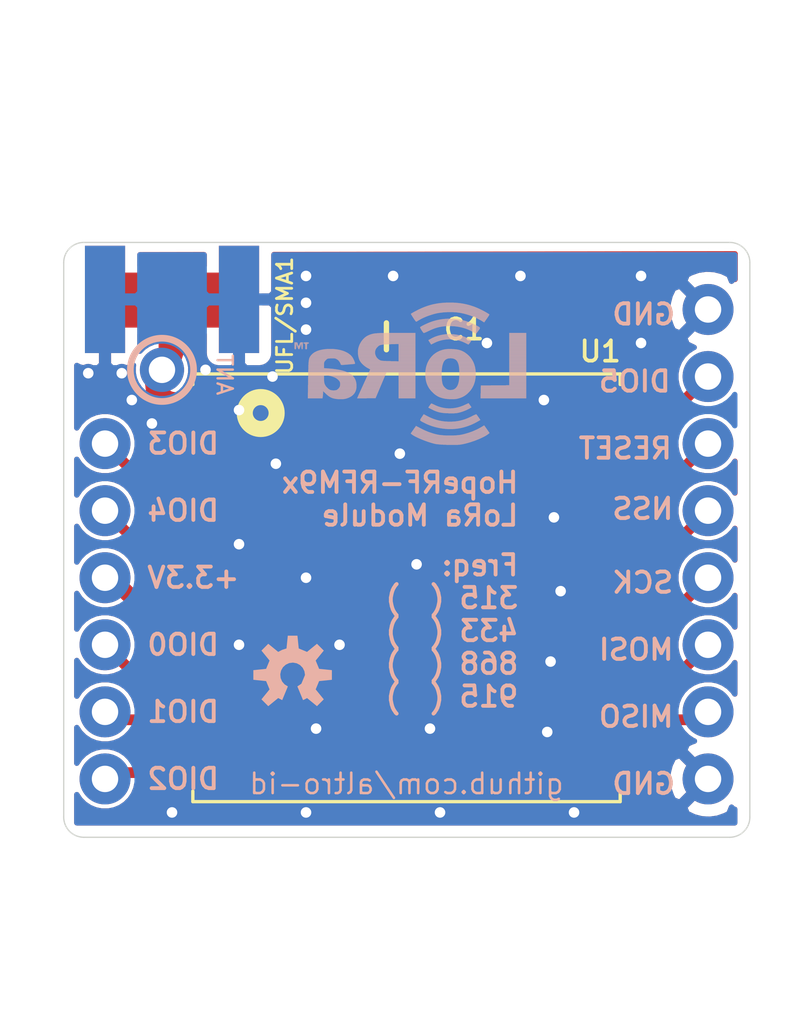
<source format=kicad_pcb>
(kicad_pcb (version 20171130) (host pcbnew 5.1.10)
  (layers (0 Top signal) (31 Bottom signal) (34 B.Paste user) (35 F.Paste user) (36 B.SilkS user) (37 F.SilkS user) (38 B.Mask user) (39 F.Mask user) (44 Edge.Cuts user))
  (net 0 "")
  (net 1 GND)
  (net 2 "Net-(JP1-Pad7)")
  (net 3 "Net-(JP1-Pad6)")
  (net 4 "Net-(JP1-Pad5)")
  (net 5 "Net-(JP1-Pad4)")
  (net 6 "Net-(JP1-Pad3)")
  (net 7 "Net-(JP1-Pad2)")
  (net 8 "Net-(JP2-Pad1)")
  (net 9 "Net-(JP2-Pad2)")
  (net 10 "Net-(JP2-Pad3)")
  (net 11 "Net-(C1-Pad1)")
  (net 12 "Net-(JP2-Pad5)")
  (net 13 "Net-(JP2-Pad6)")
  (net 14 "Net-(ANT1-Pad1)")
  (module hoperf-rfm9x-lora-breakout:RFM9X_SMT (layer Top) (at 148.4911 106.8196 180)
    (fp_text reference U1 (at -6.478 8.5) (layer F.SilkS) (effects (font (size 0.77216 0.77216) (thickness 0.138988)) (justify left bottom)))
    (fp_text value HopeRF-RFM9x hide)
    (pad 16P smd rect (at -8.1 7 180) (size 2 0.8) (layers Top F.Paste F.Mask) (net 1 GND))
    (pad 15P smd rect (at -8.1 5 180) (size 2 0.8) (layers Top F.Paste F.Mask) (net 2 "Net-(JP1-Pad7)"))
    (pad 14P smd rect (at -8.1 3 180) (size 2 0.8) (layers Top F.Paste F.Mask) (net 3 "Net-(JP1-Pad6)"))
    (pad 13P smd rect (at -8.1 1 180) (size 2 0.8) (layers Top F.Paste F.Mask) (net 4 "Net-(JP1-Pad5)"))
    (pad 12P smd rect (at -8.1 -1 180) (size 2 0.8) (layers Top F.Paste F.Mask) (net 5 "Net-(JP1-Pad4)"))
    (pad 11P smd rect (at -8.1 -3 180) (size 2 0.8) (layers Top F.Paste F.Mask) (net 6 "Net-(JP1-Pad3)"))
    (pad 10P smd rect (at -8.1 -5 180) (size 2 0.8) (layers Top F.Paste F.Mask) (net 7 "Net-(JP1-Pad2)"))
    (pad 9P smd rect (at -8.1 -7 180) (size 2 0.8) (layers Top F.Paste F.Mask) (net 1 GND))
    (pad 8P smd rect (at 8.1 -7) (size 2 0.8) (layers Top F.Paste F.Mask) (net 8 "Net-(JP2-Pad1)"))
    (pad 7P smd rect (at 8.1 -5) (size 2 0.8) (layers Top F.Paste F.Mask) (net 9 "Net-(JP2-Pad2)"))
    (pad 6P smd rect (at 8.1 -3) (size 2 0.8) (layers Top F.Paste F.Mask) (net 10 "Net-(JP2-Pad3)"))
    (pad 5P smd rect (at 8.1 -1) (size 2 0.8) (layers Top F.Paste F.Mask) (net 11 "Net-(C1-Pad1)"))
    (pad 4P smd rect (at 8.1 1) (size 2 0.8) (layers Top F.Paste F.Mask) (net 12 "Net-(JP2-Pad5)"))
    (pad 3P smd rect (at 8.1 3) (size 2 0.8) (layers Top F.Paste F.Mask) (net 13 "Net-(JP2-Pad6)"))
    (pad 2P smd rect (at 8.1 5) (size 2 0.8) (layers Top F.Paste F.Mask) (net 1 GND))
    (pad 1P smd rect (at 8.1 7) (size 2 0.8) (layers Top F.Paste F.Mask) (net 14 "Net-(ANT1-Pad1)"))
  )
  (module hoperf-rfm9x-lora-breakout:1X08_ROUND_76 (layer Top) (at 159.9211 105.1686 90)
    (fp_text reference JP1 hide)
    (fp_text value HEADER-1X876MIL)
    (pad 8 thru_hole circle (at 8.89 0 180) (size 1.9304 1.9304) (drill 1) (layers *.Cu *.Mask) (net 1 GND))
    (pad 7 thru_hole circle (at 6.35 0 180) (size 1.9304 1.9304) (drill 1) (layers *.Cu *.Mask) (net 2 "Net-(JP1-Pad7)"))
    (pad 6 thru_hole circle (at 3.81 0 180) (size 1.9304 1.9304) (drill 1) (layers *.Cu *.Mask) (net 3 "Net-(JP1-Pad6)"))
    (pad 5 thru_hole circle (at 1.27 0 180) (size 1.9304 1.9304) (drill 1) (layers *.Cu *.Mask) (net 4 "Net-(JP1-Pad5)"))
    (pad 4 thru_hole circle (at -1.27 0 180) (size 1.9304 1.9304) (drill 1) (layers *.Cu *.Mask) (net 5 "Net-(JP1-Pad4)"))
    (pad 3 thru_hole circle (at -3.81 0 180) (size 1.9304 1.9304) (drill 1) (layers *.Cu *.Mask) (net 6 "Net-(JP1-Pad3)"))
    (pad 2 thru_hole circle (at -6.35 0 180) (size 1.9304 1.9304) (drill 1) (layers *.Cu *.Mask) (net 7 "Net-(JP1-Pad2)"))
    (pad 1 thru_hole circle (at -8.89 0 180) (size 1.9304 1.9304) (drill 1) (layers *.Cu *.Mask) (net 1 GND))
  )
  (module hoperf-rfm9x-lora-breakout:0805_MP (layer Top) (at 147.7291 97.2946)
    (fp_text reference C1 (at 2.0955 0.1905) (layer F.SilkS) (effects (font (size 0.77216 0.77216) (thickness 0.138988)) (justify left bottom)))
    (fp_text value 10uF)
    (pad 2 smd rect (at 1.016 0) (size 1.2 1.3) (layers Top F.Paste F.Mask) (net 1 GND))
    (pad 1 smd rect (at -1.016 0) (size 1.2 1.3) (layers Top F.Paste F.Mask) (net 11 "Net-(C1-Pad1)"))
  )
  (module hoperf-rfm9x-lora-breakout:1X06_ROUND_76 (layer Top) (at 137.0611 107.7086 90)
    (fp_text reference JP2 hide)
    (fp_text value HEADER-1X676MIL)
    (pad 6 thru_hole circle (at 6.35 0 180) (size 1.9304 1.9304) (drill 1) (layers *.Cu *.Mask) (net 13 "Net-(JP2-Pad6)"))
    (pad 5 thru_hole circle (at 3.81 0 180) (size 1.9304 1.9304) (drill 1) (layers *.Cu *.Mask) (net 12 "Net-(JP2-Pad5)"))
    (pad 4 thru_hole circle (at 1.27 0 180) (size 1.9304 1.9304) (drill 1) (layers *.Cu *.Mask) (net 11 "Net-(C1-Pad1)"))
    (pad 3 thru_hole circle (at -1.27 0 180) (size 1.9304 1.9304) (drill 1) (layers *.Cu *.Mask) (net 10 "Net-(JP2-Pad3)"))
    (pad 2 thru_hole circle (at -3.81 0 180) (size 1.9304 1.9304) (drill 1) (layers *.Cu *.Mask) (net 9 "Net-(JP2-Pad2)"))
    (pad 1 thru_hole circle (at -6.35 0 180) (size 1.9304 1.9304) (drill 1) (layers *.Cu *.Mask) (net 8 "Net-(JP2-Pad1)"))
  )
  (module hoperf-rfm9x-lora-breakout:1X01_ROUND (layer Top) (at 139.2201 98.5646 180)
    (fp_text reference ANT1 hide)
    (fp_text value HEADER-1X1ROUND)
    (pad 1 thru_hole circle (at 0 0 270) (size 1.6764 1.6764) (drill 1) (layers *.Cu *.Mask) (net 14 "Net-(ANT1-Pad1)"))
  )
  (module hoperf-rfm9x-lora-breakout:MICROBUILDER_SMA_EDGELAUNCH_UFL (layer Top) (at 139.6011 93.8656 270)
    (fp_text reference UFL/SMA1 (at 0.3556 -3.937 90) (layer F.SilkS) (effects (font (size 0.57912 0.57912) (thickness 0.104241)) (justify right top)))
    (fp_text value MICROBUILDER_SMACONNECTOR_EDGE_UFL)
    (fp_poly (pts (xy 3.0988 1.0652) (xy 3.0988 3.175) (xy 1.016 3.175) (xy 1.016 1.0652)) (layer Top) (width 0))
    (fp_poly (pts (xy 1.016 -1.0652) (xy 1.016 -3.175) (xy 3.0988 -3.175) (xy 3.0988 -1.0652)) (layer Top) (width 0))
    (pad P smd rect (at 3.048 0) (size 1.016 2.032) (layers Top F.Mask) (net 14 "Net-(ANT1-Pad1)"))
    (pad GND@4 smd rect (at 2.032 2.54) (size 1.524 4.064) (layers Bottom B.Mask) (net 1 GND))
    (pad GND@3 smd rect (at 2.032 -2.54) (size 1.524 4.064) (layers Bottom B.Mask) (net 1 GND))
    (pad GND@2 smd rect (at 2.032 -2.54) (size 1.524 4.064) (layers Top F.Mask) (net 1 GND))
    (pad GND@1 smd rect (at 2.032 2.54) (size 1.524 4.064) (layers Top F.Mask) (net 1 GND))
  )
  (module hoperf-rfm9x-lora-breakout:OSHW-LOGO-S (layer Bottom) (at 144.1731 110.1216 180)
    (fp_text reference LOGO1 hide)
    (fp_text value OSHW-LOGOS hide)
  )
  (module hoperf-rfm9x-lora-breakout:LORA_LOGO (layer Bottom) (at 153.4441 102.1206 180)
    (fp_text reference U$3 hide)
    (fp_text value LORA_LOGO hide)
  )
  (gr_arc (start 136.2583 94.5007) (end 136.2583 93.7387) (angle -90) (layer Edge.Cuts) (width 0.05))
  (gr_arc (start 136.2583 115.5065) (end 135.4963 115.5065) (angle -90) (layer Edge.Cuts) (width 0.05))
  (gr_arc (start 160.7439 115.5065) (end 160.7439 116.2685) (angle -90) (layer Edge.Cuts) (width 0.05))
  (gr_arc (start 160.7439 94.5007) (end 161.5059 94.5007) (angle -90) (layer Edge.Cuts) (width 0.05))
  (gr_line (start 160.7439 93.7387) (end 136.2583 93.7387) (layer Edge.Cuts) (width 0.05))
  (gr_line (start 135.4963 94.5007) (end 135.4963 115.5065) (layer Edge.Cuts) (width 0.05))
  (gr_line (start 136.2583 116.2685) (end 160.7439 116.2685) (layer Edge.Cuts) (width 0.05))
  (gr_line (start 161.5059 115.5065) (end 161.5059 94.5007) (layer Edge.Cuts) (width 0.05))
  (gr_text "HopeRF-RFM9x\nLoRa Module" (at 152.8091 104.5336) (layer B.SilkS) (effects (font (size 0.77216 0.77216) (thickness 0.146304)) (justify left bottom mirror)))
  (gr_text "Freq:\n315 (  )\n433 (  )\n868 (  )\n915 (  )" (at 152.8091 111.3916) (layer B.SilkS) (effects (font (size 0.77216 0.77216) (thickness 0.146304)) (justify left bottom mirror)))
  (gr_text DIO3 (at 138.5851 101.3586) (layer B.SilkS) (effects (font (size 0.77216 0.77216) (thickness 0.146304)) (justify right mirror)))
  (gr_text DIO4 (at 138.5851 103.8986) (layer B.SilkS) (effects (font (size 0.77216 0.77216) (thickness 0.146304)) (justify right mirror)))
  (gr_text +3.3V (at 138.5851 106.4386) (layer B.SilkS) (effects (font (size 0.77216 0.77216) (thickness 0.146304)) (justify right mirror)))
  (gr_text DIO0 (at 138.5851 108.9786) (layer B.SilkS) (effects (font (size 0.77216 0.77216) (thickness 0.146304)) (justify right mirror)))
  (gr_text DIO1 (at 138.5851 111.5186) (layer B.SilkS) (effects (font (size 0.77216 0.77216) (thickness 0.146304)) (justify right mirror)))
  (gr_text DIO2 (at 138.5851 114.0586) (layer B.SilkS) (effects (font (size 0.77216 0.77216) (thickness 0.146304)) (justify right mirror)))
  (gr_text GND (at 156.21 96.012) (layer B.SilkS) (effects (font (size 0.77216 0.77216) (thickness 0.146304)) (justify right top mirror)))
  (gr_text DIO5 (at 155.702 98.552) (layer B.SilkS) (effects (font (size 0.77216 0.77216) (thickness 0.146304)) (justify right top mirror)))
  (gr_text RESET (at 154.94 101.092) (layer B.SilkS) (effects (font (size 0.77216 0.77216) (thickness 0.146304)) (justify right top mirror)))
  (gr_text NSS (at 156.21 103.378) (layer B.SilkS) (effects (font (size 0.77216 0.77216) (thickness 0.146304)) (justify right top mirror)))
  (gr_text SCK (at 156.21 106.172) (layer B.SilkS) (effects (font (size 0.77216 0.77216) (thickness 0.146304)) (justify right top mirror)))
  (gr_text MOSI (at 155.702 108.712) (layer B.SilkS) (effects (font (size 0.77216 0.77216) (thickness 0.146304)) (justify right top mirror)))
  (gr_text MISO (at 155.702 111.252) (layer B.SilkS) (effects (font (size 0.77216 0.77216) (thickness 0.146304)) (justify right top mirror)))
  (gr_text GND (at 156.21 113.792) (layer B.SilkS) (effects (font (size 0.77216 0.77216) (thickness 0.146304)) (justify right top mirror)))
  (gr_text github.com/altro-id (at 148.4911 114.6936) (layer B.SilkS) (effects (font (size 0.77216 0.77216) (thickness 0.097536)) (justify bottom mirror)))
  (gr_circle (center 139.2201 98.5646) (end 140.418212 98.5646) (layer B.SilkS) (width 0.254))
  (gr_text ANT (at 141.2521 99.5806 -90) (layer B.SilkS) (effects (font (size 0.57912 0.57912) (thickness 0.09144)) (justify left bottom mirror)))
  (segment (start 156.5911 109.8196) (end 159.0801 109.8196) (width 0.4064) (layer Top) (net 6))
  (segment (start 159.0801 109.8196) (end 159.9211 108.9786) (width 0.4064) (layer Top) (net 6))
  (segment (start 156.5911 107.8196) (end 158.5401 107.8196) (width 0.4064) (layer Top) (net 5))
  (segment (start 158.5401 107.8196) (end 159.9211 106.4386) (width 0.4064) (layer Top) (net 5))
  (segment (start 156.5911 105.8196) (end 158.0001 105.8196) (width 0.4064) (layer Top) (net 4))
  (segment (start 158.0001 105.8196) (end 159.9211 103.8986) (width 0.4064) (layer Top) (net 4))
  (segment (start 156.5911 103.8196) (end 157.4601 103.8196) (width 0.4064) (layer Top) (net 3))
  (segment (start 157.4601 103.8196) (end 159.9211 101.3586) (width 0.4064) (layer Top) (net 3))
  (segment (start 159.6821 113.8196) (end 159.9211 114.0586) (width 0.4064) (layer Top) (net 1))
  (segment (start 156.5911 99.8196) (end 156.5911 98.7196) (width 0.4064) (layer Top) (net 1))
  (segment (start 156.5911 98.7196) (end 156.6826 98.6281) (width 0.4064) (layer Top) (net 1))
  (segment (start 139.8551 101.8666) (end 140.3441 101.8666) (width 0.4064) (layer Top) (net 1))
  (segment (start 140.3441 101.8666) (end 140.3911 101.8196) (width 0.4064) (layer Top) (net 1))
  (segment (start 143.5381 99.1996) (end 143.5381 100.8506) (width 0.4064) (layer Top) (net 1))
  (segment (start 143.5381 100.8506) (end 142.5691 101.8196) (width 0.4064) (layer Top) (net 1))
  (segment (start 140.3911 101.8196) (end 142.5691 101.8196) (width 0.4064) (layer Top) (net 1))
  (segment (start 148.7451 97.2946) (end 155.9841 97.2946) (width 0.4064) (layer Top) (net 1))
  (segment (start 155.9841 97.2946) (end 156.6191 97.9296) (width 0.4064) (layer Top) (net 1))
  (segment (start 156.6191 97.9296) (end 156.6191 98.5646) (width 0.4064) (layer Top) (net 1))
  (segment (start 156.6191 98.5646) (end 156.6826 98.6281) (width 0.4064) (layer Top) (net 1))
  (segment (start 148.7451 97.2946) (end 148.7451 96.1516) (width 0.4064) (layer Top) (net 1))
  (segment (start 148.7451 96.1516) (end 148.4911 95.8976) (width 0.4064) (layer Top) (net 1))
  (segment (start 159.5401 95.8976) (end 159.9211 96.2786) (width 0.4064) (layer Bottom) (net 1))
  (segment (start 156.5911 99.8196) (end 154.7291 99.8196) (width 0.4064) (layer Top) (net 1))
  (segment (start 154.7291 99.8196) (end 154.2061 100.3426) (width 0.4064) (layer Top) (net 1))
  (segment (start 154.2061 100.3426) (end 154.2061 113.1696) (width 0.4064) (layer Top) (net 1))
  (segment (start 154.2061 113.1696) (end 154.8411 113.8046) (width 0.4064) (layer Top) (net 1))
  (segment (start 154.8411 113.8046) (end 156.5761 113.8046) (width 0.4064) (layer Top) (net 1))
  (segment (start 156.5761 113.8046) (end 156.5911 113.8196) (width 0.4064) (layer Top) (net 1))
  (segment (start 142.1411 97.8026) (end 142.1411 95.8976) (width 0.4064) (layer Top) (net 1))
  (segment (start 142.1411 95.8976) (end 148.4911 95.8976) (width 0.4064) (layer Top) (net 1))
  (segment (start 137.0611 99.0726) (end 137.0611 95.8976) (width 0.4064) (layer Top) (net 1))
  (segment (start 137.0611 95.8976) (end 142.1411 95.8976) (width 0.4064) (layer Bottom) (net 1))
  (via (at 140.8711 98.5646) (size 0.7048) (drill 0.4) (layers Top Bottom) (net 1))
  (via (at 137.6961 98.6916) (size 0.7048) (drill 0.4) (layers Top Bottom) (net 1))
  (via (at 138.0771 99.7076) (size 0.7048) (drill 0.4) (layers Top Bottom) (net 1))
  (via (at 138.8391 100.5966) (size 0.7048) (drill 0.4) (layers Top Bottom) (net 1))
  (via (at 147.9831 95.0086) (size 0.7048) (drill 0.4) (layers Top Bottom) (net 1))
  (via (at 152.8091 95.0086) (size 0.7048) (drill 0.4) (layers Top Bottom) (net 1))
  (via (at 157.3811 95.0086) (size 0.7048) (drill 0.4) (layers Top Bottom) (net 1))
  (via (at 139.6011 115.3286) (size 0.7048) (drill 0.4) (layers Top Bottom) (net 1))
  (via (at 144.6811 115.3286) (size 0.7048) (drill 0.4) (layers Top Bottom) (net 1))
  (via (at 149.7611 115.3286) (size 0.7048) (drill 0.4) (layers Top Bottom) (net 1))
  (via (at 154.8411 115.3286) (size 0.7048) (drill 0.4) (layers Top Bottom) (net 1))
  (via (at 148.2371 101.7396) (size 0.7048) (drill 0.4) (layers Top Bottom) (net 1))
  (via (at 154.0791 104.1526) (size 0.7048) (drill 0.4) (layers Top Bottom) (net 1))
  (via (at 145.9511 108.9786) (size 0.7048) (drill 0.4) (layers Top Bottom) (net 1))
  (via (at 153.6981 99.7076) (size 0.7048) (drill 0.4) (layers Top Bottom) (net 1))
  (via (at 154.3331 106.9466) (size 0.7048) (drill 0.4) (layers Top Bottom) (net 1))
  (via (at 148.8721 105.9306) (size 0.7048) (drill 0.4) (layers Top Bottom) (net 1))
  (via (at 149.3801 112.1536) (size 0.7048) (drill 0.4) (layers Top Bottom) (net 1))
  (via (at 143.5381 102.1206) (size 0.7048) (drill 0.4) (layers Top Bottom) (net 1))
  (via (at 144.6811 106.4386) (size 0.7048) (drill 0.4) (layers Top Bottom) (net 1))
  (via (at 142.1411 108.9786) (size 0.7048) (drill 0.4) (layers Top Bottom) (net 1))
  (via (at 142.1411 100.0886) (size 0.7048) (drill 0.4) (layers Top Bottom) (net 1))
  (via (at 142.1411 105.1686) (size 0.7048) (drill 0.4) (layers Top Bottom) (net 1))
  (via (at 144.6811 96.0246) (size 0.7048) (drill 0.4) (layers Top Bottom) (net 1))
  (via (at 151.5391 97.5486) (size 0.7048) (drill 0.4) (layers Top Bottom) (net 1))
  (via (at 157.3811 97.5486) (size 0.7048) (drill 0.4) (layers Top Bottom) (net 1))
  (via (at 144.6811 95.0086) (size 0.7048) (drill 0.4) (layers Top Bottom) (net 1))
  (via (at 144.6811 97.0406) (size 0.7048) (drill 0.4) (layers Top Bottom) (net 1))
  (via (at 143.4111 98.8186) (size 0.7048) (drill 0.4) (layers Top Bottom) (net 1))
  (via (at 136.4261 98.6916) (size 0.7048) (drill 0.4) (layers Top Bottom) (net 1))
  (via (at 153.8251 112.2806) (size 0.7048) (drill 0.4) (layers Top Bottom) (net 1))
  (via (at 153.9521 109.6136) (size 0.7048) (drill 0.4) (layers Top Bottom) (net 1))
  (via (at 145.0621 112.1536) (size 0.7048) (drill 0.4) (layers Top Bottom) (net 1))
  (segment (start 156.5911 111.8196) (end 159.6201 111.8196) (width 0.4064) (layer Top) (net 7))
  (segment (start 159.6201 111.8196) (end 159.9211 111.5186) (width 0.4064) (layer Top) (net 7))
  (segment (start 156.5911 101.8196) (end 157.6821 101.8196) (width 0.4064) (layer Top) (net 2))
  (segment (start 157.6821 101.8196) (end 158.2701 101.2316) (width 0.4064) (layer Top) (net 2))
  (segment (start 158.2701 101.2316) (end 158.2701 100.4696) (width 0.4064) (layer Top) (net 2))
  (segment (start 158.2701 100.4696) (end 159.9211 98.8186) (width 0.4064) (layer Top) (net 2))
  (segment (start 140.3911 113.8196) (end 137.3001 113.8196) (width 0.4064) (layer Top) (net 8))
  (segment (start 137.3001 113.8196) (end 137.0611 114.0586) (width 0.4064) (layer Top) (net 8))
  (segment (start 140.3911 111.8196) (end 137.3621 111.8196) (width 0.4064) (layer Top) (net 9))
  (segment (start 137.3621 111.8196) (end 137.0611 111.5186) (width 0.4064) (layer Top) (net 9))
  (segment (start 140.3911 109.8196) (end 137.9021 109.8196) (width 0.4064) (layer Top) (net 10))
  (segment (start 137.9021 109.8196) (end 137.0611 108.9786) (width 0.4064) (layer Top) (net 10))
  (segment (start 140.4071 107.8356) (end 140.3911 107.8196) (width 0.4064) (layer Top) (net 11))
  (segment (start 137.0611 106.4386) (end 137.3151 106.4386) (width 0.6096) (layer Top) (net 11))
  (segment (start 137.3151 106.4386) (end 138.7121 107.8356) (width 0.6096) (layer Top) (net 11))
  (segment (start 138.7121 107.8356) (end 140.3751 107.8356) (width 0.6096) (layer Top) (net 11))
  (segment (start 140.3751 107.8356) (end 140.3911 107.8196) (width 0.6096) (layer Top) (net 11))
  (segment (start 140.3911 107.8196) (end 146.0941 107.8196) (width 0.6096) (layer Top) (net 11))
  (segment (start 146.0941 107.8196) (end 146.7131 107.2006) (width 0.6096) (layer Top) (net 11))
  (segment (start 146.7131 107.2006) (end 146.7131 97.2946) (width 0.6096) (layer Top) (net 11))
  (segment (start 140.3911 105.8196) (end 138.9821 105.8196) (width 0.4064) (layer Top) (net 12))
  (segment (start 138.9821 105.8196) (end 137.0611 103.8986) (width 0.4064) (layer Top) (net 12))
  (segment (start 140.3911 103.8196) (end 139.5221 103.8196) (width 0.4064) (layer Top) (net 13))
  (segment (start 139.5221 103.8196) (end 137.0611 101.3586) (width 0.4064) (layer Top) (net 13))
  (segment (start 140.3911 99.8196) (end 139.7131 99.8196) (width 0.8128) (layer Top) (net 14))
  (segment (start 139.7131 99.8196) (end 139.713099 99.8196) (width 0.8128) (layer Top) (net 14))
  (segment (start 139.713099 99.8196) (end 139.52277 99.794147) (width 0.8128) (layer Top) (net 14))
  (segment (start 139.52277 99.794147) (end 139.345818 99.719577) (width 0.8128) (layer Top) (net 14))
  (segment (start 139.345818 99.719577) (end 139.194678 99.60113) (width 0.8128) (layer Top) (net 14))
  (segment (start 139.194678 99.60113) (end 139.079973 99.447131) (width 0.8128) (layer Top) (net 14))
  (segment (start 139.079973 99.447131) (end 139.009764 99.268404) (width 0.8128) (layer Top) (net 14))
  (segment (start 139.009764 99.268404) (end 138.988985 99.077508) (width 0.8128) (layer Top) (net 14))
  (segment (start 138.988985 99.077508) (end 139.019097 98.887861) (width 0.8128) (layer Top) (net 14))
  (segment (start 139.019097 98.887861) (end 139.097983 98.71279) (width 0.8128) (layer Top) (net 14))
  (segment (start 139.097983 98.71279) (end 139.2201 98.5646) (width 0.8128) (layer Top) (net 14))
  (segment (start 139.2201 98.5646) (end 139.2201 98.5646) (width 0.8128) (layer Top) (net 14))
  (segment (start 139.2201 98.5646) (end 139.418121 98.340162) (width 0.8128) (layer Top) (net 14))
  (segment (start 139.418121 98.340162) (end 139.568006 98.081087) (width 0.8128) (layer Top) (net 14))
  (segment (start 139.568006 98.081087) (end 139.663869 97.797547) (width 0.8128) (layer Top) (net 14))
  (segment (start 139.663869 97.797547) (end 139.701948 97.500672) (width 0.8128) (layer Top) (net 14))
  (segment (start 139.701948 97.500672) (end 139.6011 96.9136) (width 0.8128) (layer Top) (net 14))
  (zone (net 1) (net_name GND) (layer Bottom) (priority 6) (connect_pads (clearance 0.000001)) (min_thickness 0.2032) (fill yes (arc_segments 32) (thermal_gap 0.4564) (thermal_bridge_width 0.4564))
    (polygon (pts (xy 161.036 115.824) (xy 135.89 115.824) (xy 135.89 94.107) (xy 161.036 94.107)))
  )
  (zone (net 1) (net_name GND) (layer Top) (priority 6) (connect_pads (clearance 0.000001)) (min_thickness 0.2032) (fill yes (arc_segments 32) (thermal_gap 0.4564) (thermal_bridge_width 0.4564))
    (polygon (pts (xy 161.036 115.824) (xy 135.89 115.824) (xy 135.89 94.107) (xy 161.0487 94.0689)))
  )
)
</source>
